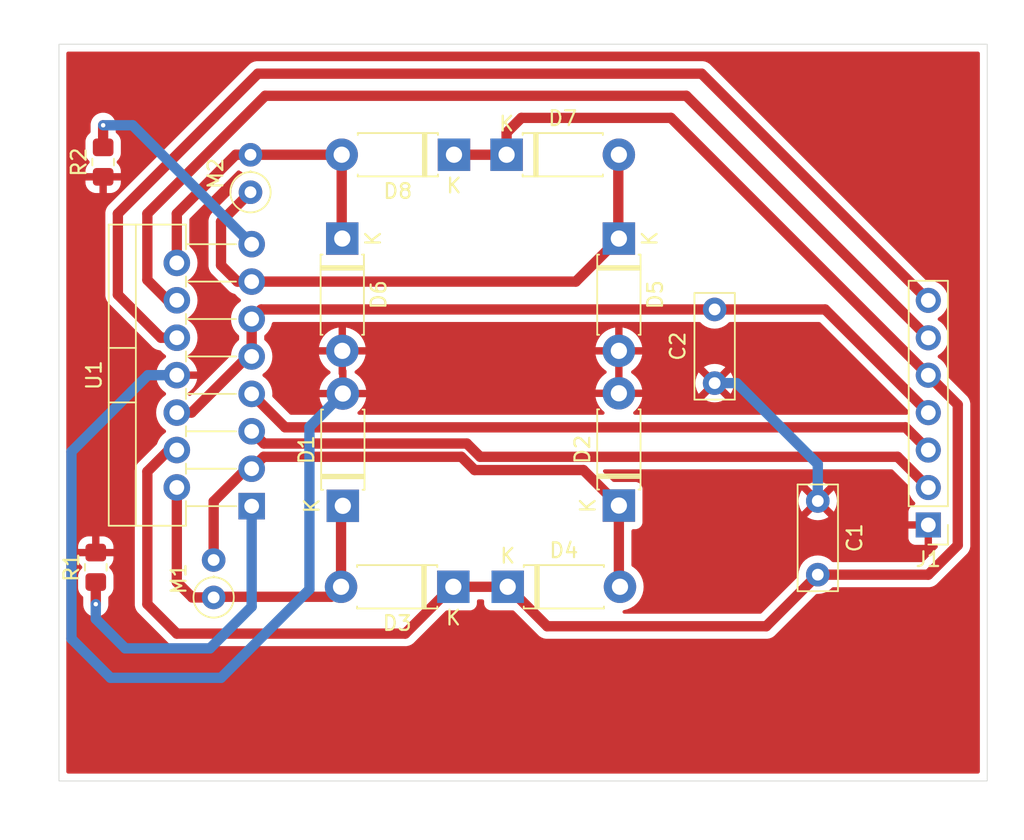
<source format=kicad_pcb>
(kicad_pcb (version 20241229) (generator "pcbnew") (generator_version "9.0")
  (layers (0 "F.Cu" signal) (2 "B.Cu" signal) (13 "F.Paste" user) (15 "B.Paste" user) (5 "F.SilkS" user "F.Silkscreen") (7 "B.SilkS" user "B.Silkscreen") (1 "F.Mask" user) (3 "B.Mask" user) (25 "Edge.Cuts" user))
  (net 0 "")
  (net 1 "GND")
  (net 2 "/Salida Regulador")
  (net 3 "+5V")
  (net 4 "Net-(D1-K)")
  (net 5 "Net-(D2-K)")
  (net 6 "Net-(D5-K)")
  (net 7 "Net-(D6-K)")
  (net 8 "Net-(U1-SENSE_A)")
  (net 9 "Net-(U1-SENSE_B)")
  (net 10 "/Entrada 1 Motor B")
  (net 11 "/Entrada 1 Motor A")
  (net 12 "/Entrada 2 Motor A")
  (net 13 "/Entrada 2 Motor B")
  (footprint "Diode_THT:D_DO-41_SOD81_P7.62mm_Horizontal" (layer "F.Cu") (at 80.38 51.5)
    (property "Reference" "D7" (at 3.81 -2.47 0) (layer "F.SilkS"))
    (property "Value" "D")
    (fp_line (start 1.09 -1.47) (end 6.53 -1.47) (stroke (width 0.12)) (layer "F.SilkS"))
    (fp_line (start 1.09 -1.34) (end 1.09 -1.47) (stroke (width 0.12)) (layer "F.SilkS"))
    (fp_line (start 1.09 1.34) (end 1.09 1.47) (stroke (width 0.12)) (layer "F.SilkS"))
    (fp_line (start 1.09 1.47) (end 6.53 1.47) (stroke (width 0.12)) (layer "F.SilkS"))
    (fp_line (start 1.87 -1.47) (end 1.87 1.47) (stroke (width 0.12)) (layer "F.SilkS"))
    (fp_line (start 1.99 -1.47) (end 1.99 1.47) (stroke (width 0.12)) (layer "F.SilkS"))
    (fp_line (start 2.11 -1.47) (end 2.11 1.47) (stroke (width 0.12)) (layer "F.SilkS"))
    (fp_line (start 6.53 -1.47) (end 6.53 -1.34) (stroke (width 0.12)) (layer "F.SilkS"))
    (fp_line (start 6.53 1.47) (end 6.53 1.34) (stroke (width 0.12)) (layer "F.SilkS"))
    (fp_text user "K" (at 0 -2.1 0) (layer "F.SilkS"))
    (pad "1" thru_hole rect (at 0 0) (size 2.2 2.2) (drill 1.1) (layers "*.Cu" "*.Mask") (net 2 "/Salida Regulador"))
    (pad "2" thru_hole oval (at 7.62 0) (size 2.2 2.2) (drill 1.1) (layers "*.Cu" "*.Mask") (net 6 "Net-(D5-K)"))
  )
  (footprint "Diode_THT:D_DO-41_SOD81_P7.62mm_Horizontal" (layer "F.Cu") (at 76.76568 80.822322 180)
    (property "Reference" "D3" (at 3.81 -2.47 0) (layer "F.SilkS"))
    (property "Value" "D")
    (fp_line (start 6.53 1.47) (end 6.53 1.34) (stroke (width 0.12)) (layer "F.SilkS"))
    (fp_line (start 6.53 -1.47) (end 6.53 -1.34) (stroke (width 0.12)) (layer "F.SilkS"))
    (fp_line (start 2.11 -1.47) (end 2.11 1.47) (stroke (width 0.12)) (layer "F.SilkS"))
    (fp_line (start 1.99 -1.47) (end 1.99 1.47) (stroke (width 0.12)) (layer "F.SilkS"))
    (fp_line (start 1.87 -1.47) (end 1.87 1.47) (stroke (width 0.12)) (layer "F.SilkS"))
    (fp_line (start 1.09 1.47) (end 6.53 1.47) (stroke (width 0.12)) (layer "F.SilkS"))
    (fp_line (start 1.09 1.34) (end 1.09 1.47) (stroke (width 0.12)) (layer "F.SilkS"))
    (fp_line (start 1.09 -1.34) (end 1.09 -1.47) (stroke (width 0.12)) (layer "F.SilkS"))
    (fp_line (start 1.09 -1.47) (end 6.53 -1.47) (stroke (width 0.12)) (layer "F.SilkS"))
    (fp_text user "K" (at 0 -2.1 0) (layer "F.SilkS"))
    (pad "1" thru_hole rect (at 0 0 180) (size 2.2 2.2) (drill 1.1) (layers "*.Cu" "*.Mask") (net 2 "/Salida Regulador"))
    (pad "2" thru_hole oval (at 7.62 0 180) (size 2.2 2.2) (drill 1.1) (layers "*.Cu" "*.Mask") (net 4 "Net-(D1-K)"))
  )
  (footprint "Package_TO_SOT_THT:TO-220-15_P2.54x2.54mm_StaggerOdd_Lead4.58mm_Vertical" (layer "F.Cu") (at 63.08 75.35 90)
    (property "Reference" "U1" (at 8.89 -10.7 90) (layer "F.SilkS"))
    (property "Value" "L298N")
    (fp_line (start 19.11 -9.7) (end 19.11 -4.459) (stroke (width 0.12)) (layer "F.SilkS"))
    (fp_line (start 10.74 -9.7) (end 10.74 -7.86) (stroke (width 0.12)) (layer "F.SilkS"))
    (fp_line (start 7.041 -9.7) (end 7.041 -7.86) (stroke (width 0.12)) (layer "F.SilkS"))
    (fp_line (start -1.33 -9.7) (end 19.11 -9.7) (stroke (width 0.12)) (layer "F.SilkS"))
    (fp_line (start -1.33 -9.7) (end -1.33 -4.459) (stroke (width 0.12)) (layer "F.SilkS"))
    (fp_line (start -1.33 -7.86) (end 19.11 -7.86) (stroke (width 0.12)) (layer "F.SilkS"))
    (fp_line (start 17.78 -4.459) (end 17.78 -1.065) (stroke (width 0.12)) (layer "F.SilkS"))
    (fp_line (start 17.435 -4.459) (end 19.11 -4.459) (stroke (width 0.12)) (layer "F.SilkS"))
    (fp_line (start 15.24 -4.459) (end 15.24 -1.065) (stroke (width 0.12)) (layer "F.SilkS"))
    (fp_line (start 14.895 -4.459) (end 15.586 -4.459) (stroke (width 0.12)) (layer "F.SilkS"))
    (fp_line (start 12.7 -4.459) (end 12.7 -1.065) (stroke (width 0.12)) (layer "F.SilkS"))
    (fp_line (start 12.355 -4.459) (end 13.046 -4.459) (stroke (width 0.12)) (layer "F.SilkS"))
    (fp_line (start 10.16 -4.459) (end 10.16 -1.065) (stroke (width 0.12)) (layer "F.SilkS"))
    (fp_line (start 9.815 -4.459) (end 10.506 -4.459) (stroke (width 0.12)) (layer "F.SilkS"))
    (fp_line (start 7.62 -4.459) (end 7.62 -1.065) (stroke (width 0.12)) (layer "F.SilkS"))
    (fp_line (start 7.275 -4.459) (end 7.966 -4.459) (stroke (width 0.12)) (layer "F.SilkS"))
    (fp_line (start 5.08 -4.459) (end 5.08 -1.065) (stroke (width 0.12)) (layer "F.SilkS"))
    (fp_line (start 4.735 -4.459) (end 5.426 -4.459) (stroke (width 0.12)) (layer "F.SilkS"))
    (fp_line (start 2.54 -4.459) (end 2.54 -1.065) (stroke (width 0.12)) (layer "F.SilkS"))
    (fp_line (start 2.195 -4.459) (end 2.886 -4.459) (stroke (width 0.12)) (layer "F.SilkS"))
    (fp_line (start 0 -4.459) (end 0 -1.05) (stroke (width 0.12)) (layer "F.SilkS"))
    (fp_line (start -1.33 -4.459) (end 0.346 -4.459) (stroke (width 0.12)) (layer "F.SilkS"))
    (pad "1" thru_hole rect (at 0 0 90) (size 1.8 1.8) (drill 1) (layers "*.Cu" "*.Mask") (net 8 "Net-(U1-SENSE_A)"))
    (pad "2" thru_hole oval (at 1.27 -5.08 90) (size 1.8 1.8) (drill 1) (layers "*.Cu" "*.Mask") (net 4 "Net-(D1-K)"))
    (pad "3" thru_hole oval (at 2.54 0 90) (size 1.8 1.8) (drill 1) (layers "*.Cu" "*.Mask") (net 5 "Net-(D2-K)"))
    (pad "4" thru_hole oval (at 3.81 -5.08 90) (size 1.8 1.8) (drill 1) (layers "*.Cu" "*.Mask") (net 2 "/Salida Regulador"))
    (pad "5" thru_hole oval (at 5.08 0 90) (size 1.8 1.8) (drill 1) (layers "*.Cu" "*.Mask") (net 11 "/Entrada 1 Motor A"))
    (pad "6" thru_hole oval (at 6.35 -5.08 90) (size 1.8 1.8) (drill 1) (layers "*.Cu" "*.Mask") (net 3 "+5V"))
    (pad "7" thru_hole oval (at 7.62 0 90) (size 1.8 1.8) (drill 1) (layers "*.Cu" "*.Mask") (net 12 "/Entrada 2 Motor A"))
    (pad "8" thru_hole oval (at 8.89 -5.08 90) (size 1.8 1.8) (drill 1) (layers "*.Cu" "*.Mask") (net 1 "GND"))
    (pad "9" thru_hole oval (at 10.16 0 90) (size 1.8 1.8) (drill 1) (layers "*.Cu" "*.Mask") (net 3 "+5V"))
    (pad "10" thru_hole oval (at 11.43 -5.08 90) (size 1.8 1.8) (drill 1) (layers "*.Cu" "*.Mask") (net 10 "/Entrada 1 Motor B"))
    (pad "11" thru_hole oval (at 12.7 0 90) (size 1.8 1.8) (drill 1) (layers "*.Cu" "*.Mask") (net 3 "+5V"))
    (pad "12" thru_hole oval (at 13.97 -5.08 90) (size 1.8 1.8) (drill 1) (layers "*.Cu" "*.Mask") (net 13 "/Entrada 2 Motor B"))
    (pad "13" thru_hole oval (at 15.24 0 90) (size 1.8 1.8) (drill 1) (layers "*.Cu" "*.Mask") (net 6 "Net-(D5-K)"))
    (pad "14" thru_hole oval (at 16.51 -5.08 90) (size 1.8 1.8) (drill 1) (layers "*.Cu" "*.Mask") (net 7 "Net-(D6-K)"))
    (pad "15" thru_hole oval (at 17.78 0 90) (size 1.8 1.8) (drill 1) (layers "*.Cu" "*.Mask") (net 9 "Net-(U1-SENSE_B)"))
  )
  (footprint "Resistor_SMD:R_0805_2012Metric_Pad1.20x1.40mm_HandSolder" (layer "F.Cu") (at 53 52 90)
    (property "Reference" "R2" (at 0 -1.65 90) (layer "F.SilkS"))
    (property "Value" "R_US")
    (fp_line (start -0.227064 -0.735) (end 0.227064 -0.735) (stroke (width 0.12)) (layer "F.SilkS"))
    (fp_line (start -0.227064 0.735) (end 0.227064 0.735) (stroke (width 0.12)) (layer "F.SilkS"))
    (pad "1" smd roundrect (at -1 0 90) (size 1.2 1.4) (layers "F.Cu" "F.Mask" "F.Paste") (roundrect_rratio 0.208333) (net 1 "GND"))
    (pad "2" smd roundrect (at 1 0 90) (size 1.2 1.4) (layers "F.Cu" "F.Mask" "F.Paste") (roundrect_rratio 0.208333) (net 9 "Net-(U1-SENSE_B)"))
  )
  (footprint "Diode_THT:D_DO-41_SOD81_P7.62mm_Horizontal" (layer "F.Cu") (at 80.45568 80.822322)
    (property "Reference" "D4" (at 3.81 -2.47 0) (layer "F.SilkS"))
    (property "Value" "D")
    (fp_line (start 1.09 -1.47) (end 6.53 -1.47) (stroke (width 0.12)) (layer "F.SilkS"))
    (fp_line (start 1.09 -1.34) (end 1.09 -1.47) (stroke (width 0.12)) (layer "F.SilkS"))
    (fp_line (start 1.09 1.34) (end 1.09 1.47) (stroke (width 0.12)) (layer "F.SilkS"))
    (fp_line (start 1.09 1.47) (end 6.53 1.47) (stroke (width 0.12)) (layer "F.SilkS"))
    (fp_line (start 1.87 -1.47) (end 1.87 1.47) (stroke (width 0.12)) (layer "F.SilkS"))
    (fp_line (start 1.99 -1.47) (end 1.99 1.47) (stroke (width 0.12)) (layer "F.SilkS"))
    (fp_line (start 2.11 -1.47) (end 2.11 1.47) (stroke (width 0.12)) (layer "F.SilkS"))
    (fp_line (start 6.53 -1.47) (end 6.53 -1.34) (stroke (width 0.12)) (layer "F.SilkS"))
    (fp_line (start 6.53 1.47) (end 6.53 1.34) (stroke (width 0.12)) (layer "F.SilkS"))
    (fp_text user "K" (at 0 -2.1 0) (layer "F.SilkS"))
    (pad "1" thru_hole rect (at 0 0) (size 2.2 2.2) (drill 1.1) (layers "*.Cu" "*.Mask") (net 2 "/Salida Regulador"))
    (pad "2" thru_hole oval (at 7.62 0) (size 2.2 2.2) (drill 1.1) (layers "*.Cu" "*.Mask") (net 5 "Net-(D2-K)"))
  )
  (footprint "Capacitor_THT:C_Disc_D7.0mm_W2.5mm_P5.00mm" (layer "F.Cu") (at 101.5 75 -90)
    (property "Reference" "C1" (at 2.5 -2.5 90) (layer "F.SilkS"))
    (property "Value" "100nF")
    (fp_line (start -1.12 1.37) (end 6.12 1.37) (stroke (width 0.12)) (layer "F.SilkS"))
    (fp_line (start -1.12 -1.37) (end -1.12 1.37) (stroke (width 0.12)) (layer "F.SilkS"))
    (fp_line (start -1.12 -1.37) (end 6.12 -1.37) (stroke (width 0.12)) (layer "F.SilkS"))
    (fp_line (start 6.12 -1.37) (end 6.12 1.37) (stroke (width 0.12)) (layer "F.SilkS"))
    (pad "1" thru_hole circle (at 0 0 270) (size 1.6 1.6) (drill 0.8) (layers "*.Cu" "*.Mask") (net 1 "GND"))
    (pad "2" thru_hole circle (at 5 0 270) (size 1.6 1.6) (drill 0.8) (layers "*.Cu" "*.Mask") (net 2 "/Salida Regulador"))
  )
  (footprint "Resistor_THT:R_Axial_DIN0207_L6.3mm_D2.5mm_P2.54mm_Vertical" (layer "F.Cu") (at 60.5 81.545 90)
    (property "Reference" "M1" (at 1.27 -2.37 90) (layer "F.SilkS"))
    (property "Value" "Motor_IZQ")
    (fp_line (start 1.37 0) (end 1.44 0) (stroke (width 0.12)) (layer "F.SilkS"))
    (fp_circle (center 0 0) (end 1.37 0) (stroke (width 0.12)) (fill no) (layer "F.SilkS"))
    (pad "1" thru_hole circle (at 0 0 90) (size 1.6 1.6) (drill 0.8) (layers "*.Cu" "*.Mask") (net 4 "Net-(D1-K)"))
    (pad "2" thru_hole oval (at 2.54 0 90) (size 1.6 1.6) (drill 0.8) (layers "*.Cu" "*.Mask") (net 5 "Net-(D2-K)"))
  )
  (footprint "Diode_THT:D_DO-41_SOD81_P7.62mm_Horizontal" (layer "F.Cu") (at 88 57.19 -90)
    (property "Reference" "D5" (at 3.81 -2.47 90) (layer "F.SilkS"))
    (property "Value" "D")
    (fp_line (start 1.09 1.47) (end 6.53 1.47) (stroke (width 0.12)) (layer "F.SilkS"))
    (fp_line (start 6.53 1.47) (end 6.53 1.34) (stroke (width 0.12)) (layer "F.SilkS"))
    (fp_line (start 1.09 1.34) (end 1.09 1.47) (stroke (width 0.12)) (layer "F.SilkS"))
    (fp_line (start 1.09 -1.34) (end 1.09 -1.47) (stroke (width 0.12)) (layer "F.SilkS"))
    (fp_line (start 1.09 -1.47) (end 6.53 -1.47) (stroke (width 0.12)) (layer "F.SilkS"))
    (fp_line (start 1.87 -1.47) (end 1.87 1.47) (stroke (width 0.12)) (layer "F.SilkS"))
    (fp_line (start 1.99 -1.47) (end 1.99 1.47) (stroke (width 0.12)) (layer "F.SilkS"))
    (fp_line (start 2.11 -1.47) (end 2.11 1.47) (stroke (width 0.12)) (layer "F.SilkS"))
    (fp_line (start 6.53 -1.47) (end 6.53 -1.34) (stroke (width 0.12)) (layer "F.SilkS"))
    (fp_text user "K" (at 0 -2.1 90) (layer "F.SilkS"))
    (pad "1" thru_hole rect (at 0 0 270) (size 2.2 2.2) (drill 1.1) (layers "*.Cu" "*.Mask") (net 6 "Net-(D5-K)"))
    (pad "2" thru_hole oval (at 7.62 0 270) (size 2.2 2.2) (drill 1.1) (layers "*.Cu" "*.Mask") (net 1 "GND"))
  )
  (footprint "Resistor_SMD:R_0805_2012Metric_Pad1.20x1.40mm_HandSolder" (layer "F.Cu") (at 52.5 79.5 90)
    (property "Reference" "R1" (at 0 -1.65 90) (layer "F.SilkS"))
    (property "Value" "R_US")
    (fp_line (start -0.227064 -0.735) (end 0.227064 -0.735) (stroke (width 0.12)) (layer "F.SilkS"))
    (fp_line (start -0.227064 0.735) (end 0.227064 0.735) (stroke (width 0.12)) (layer "F.SilkS"))
    (pad "1" smd roundrect (at -1 0 90) (size 1.2 1.4) (layers "F.Cu" "F.Mask" "F.Paste") (roundrect_rratio 0.208333) (net 8 "Net-(U1-SENSE_A)"))
    (pad "2" smd roundrect (at 1 0 90) (size 1.2 1.4) (layers "F.Cu" "F.Mask" "F.Paste") (roundrect_rratio 0.208333) (net 1 "GND"))
  )
  (footprint "Capacitor_THT:C_Disc_D7.0mm_W2.5mm_P5.00mm" (layer "F.Cu") (at 94.5 67 90)
    (property "Reference" "C2" (at 2.5 -2.5 90) (layer "F.SilkS"))
    (property "Value" "100nF")
    (fp_line (start 6.12 -1.37) (end 6.12 1.37) (stroke (width 0.12)) (layer "F.SilkS"))
    (fp_line (start -1.12 -1.37) (end 6.12 -1.37) (stroke (width 0.12)) (layer "F.SilkS"))
    (fp_line (start -1.12 -1.37) (end -1.12 1.37) (stroke (width 0.12)) (layer "F.SilkS"))
    (fp_line (start -1.12 1.37) (end 6.12 1.37) (stroke (width 0.12)) (layer "F.SilkS"))
    (pad "1" thru_hole circle (at 0 0 90) (size 1.6 1.6) (drill 0.8) (layers "*.Cu" "*.Mask") (net 1 "GND"))
    (pad "2" thru_hole circle (at 5 0 90) (size 1.6 1.6) (drill 0.8) (layers "*.Cu" "*.Mask") (net 3 "+5V"))
  )
  (footprint "Resistor_THT:R_Axial_DIN0207_L6.3mm_D2.5mm_P2.54mm_Vertical" (layer "F.Cu") (at 63 54.045 90)
    (property "Reference" "M2" (at 1.27 -2.37 90) (layer "F.SilkS"))
    (property "Value" "Motor_DER")
    (fp_line (start 1.37 0) (end 1.44 0) (stroke (width 0.12)) (layer "F.SilkS"))
    (fp_circle (center 0 0) (end 1.37 0) (stroke (width 0.12)) (fill no) (layer "F.SilkS"))
    (pad "1" thru_hole circle (at 0 0 90) (size 1.6 1.6) (drill 0.8) (layers "*.Cu" "*.Mask") (net 6 "Net-(D5-K)"))
    (pad "2" thru_hole oval (at 2.54 0 90) (size 1.6 1.6) (drill 0.8) (layers "*.Cu" "*.Mask") (net 7 "Net-(D6-K)"))
  )
  (footprint "Diode_THT:D_DO-41_SOD81_P7.62mm_Horizontal" (layer "F.Cu") (at 69.228682 57.19 -90)
    (property "Reference" "D6" (at 3.81 -2.47 90) (layer "F.SilkS"))
    (property "Value" "D")
    (fp_line (start 1.09 1.47) (end 6.53 1.47) (stroke (width 0.12)) (layer "F.SilkS"))
    (fp_line (start 6.53 1.47) (end 6.53 1.34) (stroke (width 0.12)) (layer "F.SilkS"))
    (fp_line (start 1.09 1.34) (end 1.09 1.47) (stroke (width 0.12)) (layer "F.SilkS"))
    (fp_line (start 1.09 -1.34) (end 1.09 -1.47) (stroke (width 0.12)) (layer "F.SilkS"))
    (fp_line (start 1.09 -1.47) (end 6.53 -1.47) (stroke (width 0.12)) (layer "F.SilkS"))
    (fp_line (start 1.87 -1.47) (end 1.87 1.47) (stroke (width 0.12)) (layer "F.SilkS"))
    (fp_line (start 1.99 -1.47) (end 1.99 1.47) (stroke (width 0.12)) (layer "F.SilkS"))
    (fp_line (start 2.11 -1.47) (end 2.11 1.47) (stroke (width 0.12)) (layer "F.SilkS"))
    (fp_line (start 6.53 -1.47) (end 6.53 -1.34) (stroke (width 0.12)) (layer "F.SilkS"))
    (fp_text user "K" (at 0 -2.1 90) (layer "F.SilkS"))
    (pad "1" thru_hole rect (at 0 0 270) (size 2.2 2.2) (drill 1.1) (layers "*.Cu" "*.Mask") (net 7 "Net-(D6-K)"))
    (pad "2" thru_hole oval (at 7.62 0 270) (size 2.2 2.2) (drill 1.1) (layers "*.Cu" "*.Mask") (net 1 "GND"))
  )
  (footprint "Connector_PinHeader_2.54mm:PinHeader_1x07_P2.54mm_Vertical" (layer "F.Cu") (at 109 76.625 180)
    (property "Reference" "J1" (at 0 -2.33 0) (layer "F.SilkS"))
    (property "Value" "Conn_01x07_Pin")
    (fp_line (start 1.33 1.27) (end 1.33 16.57) (stroke (width 0.12)) (layer "F.SilkS"))
    (fp_line (start -1.33 16.57) (end 1.33 16.57) (stroke (width 0.12)) (layer "F.SilkS"))
    (fp_line (start -1.33 1.27) (end 1.33 1.27) (stroke (width 0.12)) (layer "F.SilkS"))
    (fp_line (start -1.33 1.27) (end -1.33 16.57) (stroke (width 0.12)) (layer "F.SilkS"))
    (fp_line (start -1.33 0) (end -1.33 -1.33) (stroke (width 0.12)) (layer "F.SilkS"))
    (fp_line (start -1.33 -1.33) (end 0 -1.33) (stroke (width 0.12)) (layer "F.SilkS"))
    (pad "1" thru_hole rect (at 0 0 180) (size 1.7 1.7) (drill 1) (layers "*.Cu" "*.Mask") (net 1 "GND"))
    (pad "2" thru_hole oval (at 0 2.54 180) (size 1.7 1.7) (drill 1) (layers "*.Cu" "*.Mask") (net 11 "/Entrada 1 Motor A"))
    (pad "3" thru_hole oval (at 0 5.08 180) (size 1.7 1.7) (drill 1) (layers "*.Cu" "*.Mask") (net 12 "/Entrada 2 Motor A"))
    (pad "4" thru_hole oval (at 0 7.62 180) (size 1.7 1.7) (drill 1) (layers "*.Cu" "*.Mask") (net 3 "+5V"))
    (pad "5" thru_hole oval (at 0 10.16 180) (size 1.7 1.7) (drill 1) (layers "*.Cu" "*.Mask") (net 2 "/Salida Regulador"))
    (pad "6" thru_hole oval (at 0 12.7 180) (size 1.7 1.7) (drill 1) (layers "*.Cu" "*.Mask") (net 13 "/Entrada 2 Motor B"))
    (pad "7" thru_hole oval (at 0 15.24 180) (size 1.7 1.7) (drill 1) (layers "*.Cu" "*.Mask") (net 10 "/Entrada 1 Motor B"))
  )
  (footprint "Diode_THT:D_DO-41_SOD81_P7.62mm_Horizontal" (layer "F.Cu") (at 88 75.31 90)
    (property "Reference" "D2" (at 3.81 -2.47 90) (layer "F.SilkS"))
    (property "Value" "D")
    (fp_line (start 6.53 -1.47) (end 6.53 -1.34) (stroke (width 0.12)) (layer "F.SilkS"))
    (fp_line (start 2.11 -1.47) (end 2.11 1.47) (stroke (width 0.12)) (layer "F.SilkS"))
    (fp_line (start 1.99 -1.47) (end 1.99 1.47) (stroke (width 0.12)) (layer "F.SilkS"))
    (fp_line (start 1.87 -1.47) (end 1.87 1.47) (stroke (width 0.12)) (layer "F.SilkS"))
    (fp_line (start 1.09 -1.47) (end 6.53 -1.47) (stroke (width 0.12)) (layer "F.SilkS"))
    (fp_line (start 1.09 -1.34) (end 1.09 -1.47) (stroke (width 0.12)) (layer "F.SilkS"))
    (fp_line (start 1.09 1.34) (end 1.09 1.47) (stroke (width 0.12)) (layer "F.SilkS"))
    (fp_line (start 6.53 1.47) (end 6.53 1.34) (stroke (width 0.12)) (layer "F.SilkS"))
    (fp_line (start 1.09 1.47) (end 6.53 1.47) (stroke (width 0.12)) (layer "F.SilkS"))
    (fp_text user "K" (at 0 -2.1 90) (layer "F.SilkS"))
    (pad "1" thru_hole rect (at 0 0 90) (size 2.2 2.2) (drill 1.1) (layers "*.Cu" "*.Mask") (net 5 "Net-(D2-K)"))
    (pad "2" thru_hole oval (at 7.62 0 90) (size 2.2 2.2) (drill 1.1) (layers "*.Cu" "*.Mask") (net 1 "GND"))
  )
  (footprint "Diode_THT:D_DO-41_SOD81_P7.62mm_Horizontal" (layer "F.Cu") (at 76.81 51.5 180)
    (property "Reference" "D8" (at 3.81 -2.47 0) (layer "F.SilkS"))
    (property "Value" "D")
    (fp_line (start 6.53 1.47) (end 6.53 1.34) (stroke (width 0.12)) (layer "F.SilkS"))
    (fp_line (start 6.53 -1.47) (end 6.53 -1.34) (stroke (width 0.12)) (layer "F.SilkS"))
    (fp_line (start 2.11 -1.47) (end 2.11 1.47) (stroke (width 0.12)) (layer "F.SilkS"))
    (fp_line (start 1.99 -1.47) (end 1.99 1.47) (stroke (width 0.12)) (layer "F.SilkS"))
    (fp_line (start 1.87 -1.47) (end 1.87 1.47) (stroke (width 0.12)) (layer "F.SilkS"))
    (fp_line (start 1.09 1.47) (end 6.53 1.47) (stroke (width 0.12)) (layer "F.SilkS"))
    (fp_line (start 1.09 1.34) (end 1.09 1.47) (stroke (width 0.12)) (layer "F.SilkS"))
    (fp_line (start 1.09 -1.34) (end 1.09 -1.47) (stroke (width 0.12)) (layer "F.SilkS"))
    (fp_line (start 1.09 -1.47) (end 6.53 -1.47) (stroke (width 0.12)) (layer "F.SilkS"))
    (fp_text user "K" (at 0 -2.1 0) (layer "F.SilkS"))
    (pad "1" thru_hole rect (at 0 0 180) (size 2.2 2.2) (drill 1.1) (layers "*.Cu" "*.Mask") (net 2 "/Salida Regulador"))
    (pad "2" thru_hole oval (at 7.62 0 180) (size 2.2 2.2) (drill 1.1) (layers "*.Cu" "*.Mask") (net 7 "Net-(D6-K)"))
  )
  (footprint "Diode_THT:D_DO-41_SOD81_P7.62mm_Horizontal" (layer "F.Cu") (at 69.266401 75.328161 90)
    (property "Reference" "D1" (at 3.81 -2.47 90) (layer "F.SilkS"))
    (property "Value" "D")
    (fp_line (start 6.53 -1.47) (end 6.53 -1.34) (stroke (width 0.12)) (layer "F.SilkS"))
    (fp_line (start 2.11 -1.47) (end 2.11 1.47) (stroke (width 0.12)) (layer "F.SilkS"))
    (fp_line (start 1.99 -1.47) (end 1.99 1.47) (stroke (width 0.12)) (layer "F.SilkS"))
    (fp_line (start 1.87 -1.47) (end 1.87 1.47) (stroke (width 0.12)) (layer "F.SilkS"))
    (fp_line (start 1.09 -1.47) (end 6.53 -1.47) (stroke (width 0.12)) (layer "F.SilkS"))
    (fp_line (start 1.09 -1.34) (end 1.09 -1.47) (stroke (width 0.12)) (layer "F.SilkS"))
    (fp_line (start 1.09 1.34) (end 1.09 1.47) (stroke (width 0.12)) (layer "F.SilkS"))
    (fp_line (start 6.53 1.47) (end 6.53 1.34) (stroke (width 0.12)) (layer "F.SilkS"))
    (fp_line (start 1.09 1.47) (end 6.53 1.47) (stroke (width 0.12)) (layer "F.SilkS"))
    (fp_text user "K" (at 0 -2.1 90) (layer "F.SilkS"))
    (pad "1" thru_hole rect (at 0 0 90) (size 2.2 2.2) (drill 1.1) (layers "*.Cu" "*.Mask") (net 4 "Net-(D1-K)"))
    (pad "2" thru_hole oval (at 7.62 0 90) (size 2.2 2.2) (drill 1.1) (layers "*.Cu" "*.Mask") (net 1 "GND"))
  )
  (gr_rect (start 50 44) (end 113 94) (stroke (width 0.05)) (fill no) (layer "Edge.Cuts"))
  (segment (start 108.875 76.5) (end 109 76.625) (width 0.7) (layer "F.Cu") (net 1))
  (segment (start 101.5 72.5) (end 96 67) (width 0.7) (layer "B.Cu") (net 1))
  (segment (start 50.85 71.65) (end 56.04 66.46) (width 0.7) (layer "B.Cu") (net 1))
  (segment (start 61 87) (end 53.5 87) (width 0.7) (layer "B.Cu") (net 1))
  (segment (start 69.266401 67.708161) (end 67 69.974562) (width 0.7) (layer "B.Cu") (net 1))
  (segment (start 56.04 66.46) (end 58 66.46) (width 0.7) (layer "B.Cu") (net 1))
  (segment (start 53.5 87) (end 50.85 84.35) (width 0.7) (layer "B.Cu") (net 1))
  (segment (start 96 67) (end 94.5 67) (width 0.7) (layer "B.Cu") (net 1))
  (segment (start 50.85 84.35) (end 50.85 71.65) (width 0.7) (layer "B.Cu") (net 1))
  (segment (start 101.5 75) (end 101.5 72.5) (width 0.7) (layer "B.Cu") (net 1))
  (segment (start 67 81) (end 61 87) (width 0.7) (layer "B.Cu") (net 1))
  (segment (start 67 69.974562) (end 67 81) (width 0.7) (layer "B.Cu") (net 1))
  (segment (start 58 84) (end 56 82) (width 0.7) (layer "F.Cu") (net 2))
  (segment (start 101.5 80) (end 109 80) (width 0.7) (layer "F.Cu") (net 2))
  (segment (start 91.535 49) (end 81.38 49) (width 0.7) (layer "F.Cu") (net 2))
  (segment (start 109 66.465) (end 91.535 49) (width 0.7) (layer "F.Cu") (net 2))
  (segment (start 83.133358 83.5) (end 98 83.5) (width 0.7) (layer "F.Cu") (net 2))
  (segment (start 56 73) (end 57.46 71.54) (width 0.7) (layer "F.Cu") (net 2))
  (segment (start 111 78) (end 111 68.465) (width 0.7) (layer "F.Cu") (net 2))
  (segment (start 111 68.465) (end 109 66.465) (width 0.7) (layer "F.Cu") (net 2))
  (segment (start 57.46 71.54) (end 58 71.54) (width 0.7) (layer "F.Cu") (net 2))
  (segment (start 80.45568 80.822322) (end 83.133358 83.5) (width 0.7) (layer "F.Cu") (net 2))
  (segment (start 56 82) (end 56 73) (width 0.7) (layer "F.Cu") (net 2))
  (segment (start 76.677678 80.822322) (end 73.5 84) (width 0.7) (layer "F.Cu") (net 2))
  (segment (start 76.81 51.5) (end 80.38 51.5) (width 0.7) (layer "F.Cu") (net 2))
  (segment (start 109 80) (end 111 78) (width 0.7) (layer "F.Cu") (net 2))
  (segment (start 76.76568 80.822322) (end 80.45568 80.822322) (width 0.7) (layer "F.Cu") (net 2))
  (segment (start 73.5 84) (end 58 84) (width 0.7) (layer "F.Cu") (net 2))
  (segment (start 80.38 50) (end 80.38 51.5) (width 0.7) (layer "F.Cu") (net 2))
  (segment (start 76.76568 80.822322) (end 76.677678 80.822322) (width 0.7) (layer "F.Cu") (net 2))
  (segment (start 81.38 49) (end 80.38 50) (width 0.7) (layer "F.Cu") (net 2))
  (segment (start 98 83.5) (end 101.5 80) (width 0.7) (layer "F.Cu") (net 2))
  (segment (start 101.995 62) (end 109 69.005) (width 0.7) (layer "F.Cu") (net 3))
  (segment (start 62.81 65.19) (end 63.08 65.19) (width 0.7) (layer "F.Cu") (net 3))
  (segment (start 59 69) (end 62.81 65.19) (width 0.7) (layer "F.Cu") (net 3))
  (segment (start 63.08 62.65) (end 63.73 62) (width 0.7) (layer "F.Cu") (net 3))
  (segment (start 63.73 62) (end 101.995 62) (width 0.7) (layer "F.Cu") (net 3))
  (segment (start 63.08 65.19) (end 63.08 62.65) (width 0.7) (layer "F.Cu") (net 3))
  (segment (start 58 69) (end 59 69) (width 0.7) (layer "F.Cu") (net 3))
  (segment (start 69.14568 75.448882) (end 69.266401 75.328161) (width 0.7) (layer "F.Cu") (net 4))
  (segment (start 68.468002 81.5) (end 69.14568 80.822322) (width 0.7) (layer "F.Cu") (net 4))
  (segment (start 60.545 81.5) (end 68.468002 81.5) (width 0.7) (layer "F.Cu") (net 4))
  (segment (start 69.14568 80.822322) (end 69.14568 75.448882) (width 0.7) (layer "F.Cu") (net 4))
  (segment (start 59.045 81.545) (end 60.5 81.545) (width 0.7) (layer "F.Cu") (net 4))
  (segment (start 60.5 81.545) (end 60.545 81.5) (width 0.7) (layer "F.Cu") (net 4))
  (segment (start 58 80.5) (end 59.045 81.545) (width 0.7) (layer "F.Cu") (net 4))
  (segment (start 58 74.08) (end 58 80.5) (width 0.7) (layer "F.Cu") (net 4))
  (segment (start 85.59 72.9) (end 88 75.31) (width 0.7) (layer "F.Cu") (net 5))
  (segment (start 63.08 72.81) (end 63.89 72) (width 0.7) (layer "F.Cu") (net 5))
  (segment (start 78.21 72.9) (end 85.59 72.9) (width 0.7) (layer "F.Cu") (net 5))
  (segment (start 77.31 72) (end 78.21 72.9) (width 0.7) (layer "F.Cu") (net 5))
  (segment (start 62.72 72.81) (end 63.08 72.81) (width 0.7) (layer "F.Cu") (net 5))
  (segment (start 88 75.31) (end 88 80.746642) (width 0.7) (layer "F.Cu") (net 5))
  (segment (start 60.5 79.005) (end 60.5 75.03) (width 0.7) (layer "F.Cu") (net 5))
  (segment (start 60.5 75.03) (end 62.72 72.81) (width 0.7) (layer "F.Cu") (net 5))
  (segment (start 63.89 72) (end 77.31 72) (width 0.7) (layer "F.Cu") (net 5))
  (segment (start 88 80.746642) (end 88.07568 80.822322) (width 0.7) (layer "F.Cu") (net 5))
  (segment (start 87.961318 51.538682) (end 87.961318 57.228682) (width 0.7) (layer "F.Cu") (net 6))
  (segment (start 63 54.045) (end 61 56.045) (width 0.7) (layer "F.Cu") (net 6))
  (segment (start 88 51.5) (end 87.961318 51.538682) (width 0.7) (layer "F.Cu") (net 6))
  (segment (start 85.08 60.11) (end 63.08 60.11) (width 0.7) (layer "F.Cu") (net 6))
  (segment (start 61 56.045) (end 61 59) (width 0.7) (layer "F.Cu") (net 6))
  (segment (start 62.11 60.11) (end 63.08 60.11) (width 0.7) (layer "F.Cu") (net 6))
  (segment (start 87.961318 57.228682) (end 85.08 60.11) (width 0.7) (layer "F.Cu") (net 6))
  (segment (start 61 59) (end 62.11 60.11) (width 0.7) (layer "F.Cu") (net 6))
  (segment (start 62 51.5) (end 69.19 51.5) (width 0.7) (layer "F.Cu") (net 7))
  (segment (start 58 55.5) (end 62 51.5) (width 0.7) (layer "F.Cu") (net 7))
  (segment (start 69.19 51.5) (end 69.19 57.151318) (width 0.7) (layer "F.Cu") (net 7))
  (segment (start 69.19 57.151318) (end 69.228682 57.19) (width 0.7) (layer "F.Cu") (net 7))
  (segment (start 58 58.84) (end 58 55.5) (width 0.7) (layer "F.Cu") (net 7))
  (segment (start 52.5 82) (end 52.5 80.5) (width 0.7) (layer "F.Cu") (net 8))
  (via (at 52.5 82) (size 0.6) (drill 0.3) (layers "F.Cu" "B.Cu") (net 8))
  (segment (start 60.25 85) (end 63.08 82.17) (width 0.7) (layer "B.Cu") (net 8))
  (segment (start 63.08 82.17) (end 63.08 75.35) (width 0.7) (layer "B.Cu") (net 8))
  (segment (start 54.5 85) (end 60.25 85) (width 0.7) (layer "B.Cu") (net 8))
  (segment (start 52.5 82) (end 52.5 83) (width 0.7) (layer "B.Cu") (net 8))
  (segment (start 52.5 83) (end 54.5 85) (width 0.7) (layer "B.Cu") (net 8))
  (segment (start 53 49.5) (end 53 51) (width 0.7) (layer "F.Cu") (net 9))
  (via (at 53 49.5) (size 0.6) (drill 0.3) (layers "F.Cu" "B.Cu") (net 9))
  (segment (start 63.07 57.57) (end 63.08 57.57) (width 0.7) (layer "B.Cu") (net 9))
  (segment (start 53 49.5) (end 55 49.5) (width 0.7) (layer "B.Cu") (net 9))
  (segment (start 55 49.5) (end 63.07 57.57) (width 0.7) (layer "B.Cu") (net 9))
  (segment (start 93.615 46) (end 63.5 46) (width 0.7) (layer "F.Cu") (net 10))
  (segment (start 54 55.5) (end 54 61) (width 0.7) (layer "F.Cu") (net 10))
  (segment (start 56.92 63.92) (end 58 63.92) (width 0.7) (layer "F.Cu") (net 10))
  (segment (start 109 61.385) (end 108.885 61.5) (width 0.7) (layer "F.Cu") (net 10))
  (segment (start 54 61) (end 56.92 63.92) (width 0.7) (layer "F.Cu") (net 10))
  (segment (start 63.5 46) (end 54 55.5) (width 0.7) (layer "F.Cu") (net 10))
  (segment (start 109 61.385) (end 93.615 46) (width 0.7) (layer "F.Cu") (net 10))
  (segment (start 106.915 72) (end 109 74.085) (width 0.7) (layer "F.Cu") (net 11))
  (segment (start 78.582792 72) (end 106.915 72) (width 0.7) (layer "F.Cu") (net 11))
  (segment (start 63.91 71.1) (end 77.682792 71.1) (width 0.7) (layer "F.Cu") (net 11))
  (segment (start 63.08 70.27) (end 63.91 71.1) (width 0.7) (layer "F.Cu") (net 11))
  (segment (start 109 74.085) (end 108.915 74) (width 0.7) (layer "F.Cu") (net 11))
  (segment (start 77.682792 71.1) (end 78.582792 72) (width 0.7) (layer "F.Cu") (net 11))
  (segment (start 109 71.545) (end 107.455 70) (width 0.7) (layer "F.Cu") (net 12))
  (segment (start 65.35 70) (end 63.08 67.73) (width 0.7) (layer "F.Cu") (net 12))
  (segment (start 107.455 70) (end 65.35 70) (width 0.7) (layer "F.Cu") (net 12))
  (segment (start 56 55.5) (end 56 60) (width 0.7) (layer "F.Cu") (net 13))
  (segment (start 109 63.925) (end 92.575 47.5) (width 0.7) (layer "F.Cu") (net 13))
  (segment (start 92.575 47.5) (end 64 47.5) (width 0.7) (layer "F.Cu") (net 13))
  (segment (start 57.38 61.38) (end 58 61.38) (width 0.7) (layer "F.Cu") (net 13))
  (segment (start 64 47.5) (end 56 55.5) (width 0.7) (layer "F.Cu") (net 13))
  (segment (start 56 60) (end 57.38 61.38) (width 0.7) (layer "F.Cu") (net 13))
  (zone (net 1) (net_name "GND") (layer "F.Cu") (connect_pads (clearance 0.5)) (min_thickness 0.25) (fill yes (thermal_gap 0.5) (thermal_bridge_width 0.5))
    (polygon (pts (xy 46 40.999346) (xy 115.5 40.999346) (xy 115.5 97.999346) (xy 46 97.999346)))
  )
)
</source>
